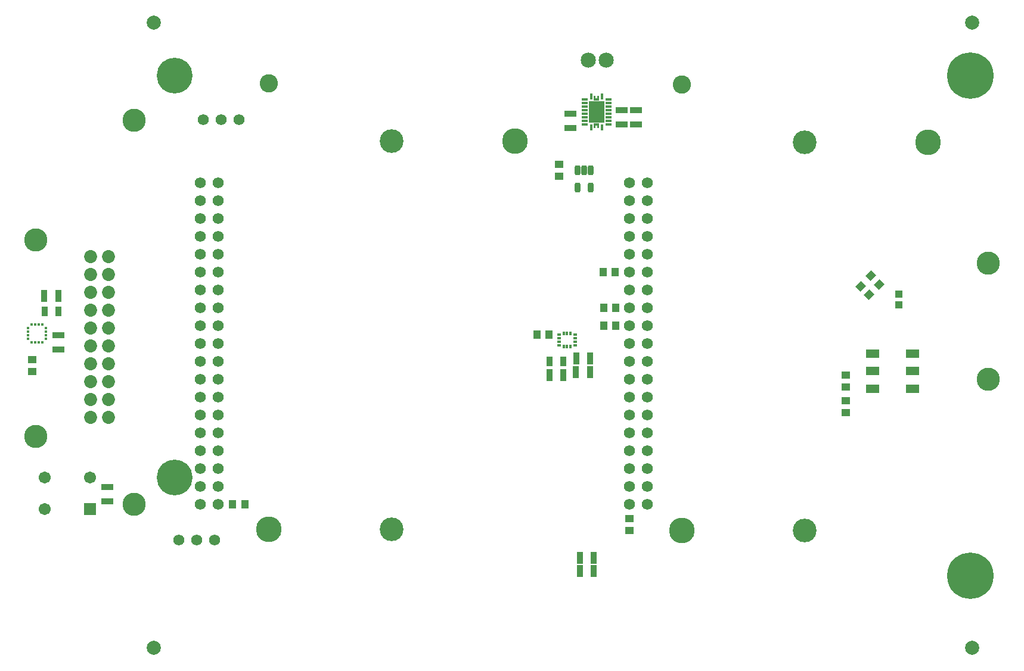
<source format=gts>
G04*
G04 #@! TF.GenerationSoftware,Altium Limited,Altium Designer,25.8.1 (18)*
G04*
G04 Layer_Color=8388736*
%FSLAX25Y25*%
%MOIN*%
G70*
G04*
G04 #@! TF.SameCoordinates,E1838567-EF02-44A7-8A02-23B903FEE0B8*
G04*
G04*
G04 #@! TF.FilePolarity,Negative*
G04*
G01*
G75*
%ADD22R,0.03762X0.05709*%
%ADD23R,0.01200X0.01800*%
%ADD24R,0.01800X0.01200*%
%ADD26R,0.04000X0.04700*%
%ADD28R,0.04700X0.04000*%
%ADD30R,0.07700X0.04700*%
%ADD32R,0.01200X0.03200*%
%ADD33R,0.03200X0.01200*%
G04:AMPARAMS|DCode=35|XSize=40mil|YSize=47mil|CornerRadius=0mil|HoleSize=0mil|Usage=FLASHONLY|Rotation=315.000|XOffset=0mil|YOffset=0mil|HoleType=Round|Shape=Rectangle|*
%AMROTATEDRECTD35*
4,1,4,-0.03076,-0.00248,0.00248,0.03076,0.03076,0.00248,-0.00248,-0.03076,-0.03076,-0.00248,0.0*
%
%ADD35ROTATEDRECTD35*%

%ADD36R,0.03241X0.06587*%
G04:AMPARAMS|DCode=37|XSize=55.64mil|YSize=31.23mil|CornerRadius=9.81mil|HoleSize=0mil|Usage=FLASHONLY|Rotation=270.000|XOffset=0mil|YOffset=0mil|HoleType=Round|Shape=RoundedRectangle|*
%AMROUNDEDRECTD37*
21,1,0.05564,0.01161,0,0,270.0*
21,1,0.03602,0.03123,0,0,270.0*
1,1,0.01961,-0.00581,-0.01801*
1,1,0.01961,-0.00581,0.01801*
1,1,0.01961,0.00581,0.01801*
1,1,0.01961,0.00581,-0.01801*
%
%ADD37ROUNDEDRECTD37*%
%ADD38R,0.02270X0.01384*%
%ADD39C,0.07874*%
%ADD40R,0.01384X0.02270*%
%ADD41R,0.03950X0.03950*%
%ADD42R,0.08500X0.12400*%
%ADD43R,0.06587X0.03241*%
%ADD44C,0.07296*%
%ADD45C,0.06200*%
%ADD46C,0.14383*%
%ADD47C,0.10209*%
%ADD48C,0.13280*%
%ADD49C,0.06737*%
%ADD50R,0.06737X0.06737*%
%ADD51C,0.08477*%
%ADD52C,0.20000*%
%ADD53C,0.13000*%
%ADD54C,0.26000*%
G36*
X437000Y348926D02*
X434000D01*
Y346076D01*
X435000D01*
Y347376D01*
X436000D01*
Y346076D01*
X437000D01*
Y348926D01*
D02*
G37*
G36*
Y361326D02*
X434000D01*
Y364176D01*
X435000D01*
Y362876D01*
X436000D01*
Y364176D01*
X437000D01*
Y361326D01*
D02*
G37*
D22*
X416850Y215551D02*
D03*
X409150D02*
D03*
X134500Y243602D02*
D03*
X126801D02*
D03*
D23*
X119547Y236114D02*
D03*
X121516D02*
D03*
X123484D02*
D03*
X125453D02*
D03*
Y226075D02*
D03*
X123484D02*
D03*
X121516D02*
D03*
X119547D02*
D03*
D24*
X127520Y234047D02*
D03*
Y232079D02*
D03*
Y230110D02*
D03*
Y228142D02*
D03*
X117480D02*
D03*
Y230110D02*
D03*
Y232079D02*
D03*
Y234047D02*
D03*
D26*
X439650Y235595D02*
D03*
X238700Y135594D02*
D03*
X446000Y265595D02*
D03*
X439300D02*
D03*
X439650Y245595D02*
D03*
X446350D02*
D03*
X232000Y135594D02*
D03*
X446350Y235595D02*
D03*
X408850Y230626D02*
D03*
X402150D02*
D03*
D28*
X454000Y120745D02*
D03*
Y127445D02*
D03*
X575000Y201213D02*
D03*
Y207913D02*
D03*
Y186863D02*
D03*
Y193563D02*
D03*
X120000Y209745D02*
D03*
Y216444D02*
D03*
X414500Y318992D02*
D03*
Y325693D02*
D03*
D30*
X590000Y219937D02*
D03*
Y210094D02*
D03*
Y200252D02*
D03*
X612244D02*
D03*
Y210094D02*
D03*
Y219937D02*
D03*
D32*
X438453Y346476D02*
D03*
Y363776D02*
D03*
X432547D02*
D03*
Y346476D02*
D03*
D33*
X442200Y348236D02*
D03*
Y350205D02*
D03*
Y352173D02*
D03*
Y354142D02*
D03*
Y356110D02*
D03*
Y358079D02*
D03*
Y360047D02*
D03*
Y362016D02*
D03*
X428800D02*
D03*
Y360047D02*
D03*
Y358079D02*
D03*
Y356110D02*
D03*
Y354142D02*
D03*
Y352173D02*
D03*
Y350205D02*
D03*
Y348236D02*
D03*
D35*
X593500Y258626D02*
D03*
X588762Y263364D02*
D03*
X587869Y252757D02*
D03*
X583131Y257495D02*
D03*
D36*
X126563Y251969D02*
D03*
X424063Y217126D02*
D03*
X424000Y209626D02*
D03*
X416937Y207677D02*
D03*
X426063Y98126D02*
D03*
X433937D02*
D03*
X426063Y105595D02*
D03*
X433937D02*
D03*
X409063Y207677D02*
D03*
X431874Y209626D02*
D03*
X431937Y217126D02*
D03*
X134437Y251969D02*
D03*
D37*
X432240Y312685D02*
D03*
Y322567D02*
D03*
X428500D02*
D03*
X424760D02*
D03*
Y312685D02*
D03*
D38*
X423577Y224581D02*
D03*
X414423Y230486D02*
D03*
Y228518D02*
D03*
Y226549D02*
D03*
Y224581D02*
D03*
X423577Y226549D02*
D03*
Y228518D02*
D03*
Y230486D02*
D03*
D39*
X188000Y405118D02*
D03*
Y55020D02*
D03*
X645500Y405118D02*
D03*
Y55020D02*
D03*
D40*
X417031Y223941D02*
D03*
X419000D02*
D03*
X420968D02*
D03*
Y231126D02*
D03*
X419000D02*
D03*
X417031D02*
D03*
D41*
X604500Y246976D02*
D03*
Y253276D02*
D03*
D42*
X435500Y355126D02*
D03*
D43*
X134501Y222091D02*
D03*
Y229965D02*
D03*
X421000Y346189D02*
D03*
Y354063D02*
D03*
X449500Y348189D02*
D03*
Y356063D02*
D03*
X457500Y348252D02*
D03*
Y356126D02*
D03*
X162000Y137157D02*
D03*
Y145031D02*
D03*
D44*
X152500Y274095D02*
D03*
X162500D02*
D03*
Y264094D02*
D03*
X152500D02*
D03*
X162500Y254095D02*
D03*
X152500D02*
D03*
Y244094D02*
D03*
X162500D02*
D03*
X152500Y234095D02*
D03*
X162500D02*
D03*
X152500Y224095D02*
D03*
X162500D02*
D03*
X152500Y214094D02*
D03*
X162500D02*
D03*
X152500Y204095D02*
D03*
X162500D02*
D03*
X152500Y194095D02*
D03*
X162500D02*
D03*
X152500Y184095D02*
D03*
X162500D02*
D03*
D45*
X454000Y285595D02*
D03*
X224000Y245595D02*
D03*
X214000Y295595D02*
D03*
Y155595D02*
D03*
X215500Y350886D02*
D03*
X225500D02*
D03*
X235500D02*
D03*
X214000Y175594D02*
D03*
Y195595D02*
D03*
Y185594D02*
D03*
Y165594D02*
D03*
Y145595D02*
D03*
Y135594D02*
D03*
Y315595D02*
D03*
Y305594D02*
D03*
Y285595D02*
D03*
Y275594D02*
D03*
Y265595D02*
D03*
Y255594D02*
D03*
Y235595D02*
D03*
Y245595D02*
D03*
Y225594D02*
D03*
Y215595D02*
D03*
Y205594D02*
D03*
X224000Y175594D02*
D03*
Y165594D02*
D03*
Y155595D02*
D03*
Y145595D02*
D03*
Y315595D02*
D03*
Y305594D02*
D03*
Y295595D02*
D03*
Y285595D02*
D03*
Y275594D02*
D03*
Y265595D02*
D03*
Y255594D02*
D03*
Y235595D02*
D03*
Y225594D02*
D03*
Y215595D02*
D03*
Y205594D02*
D03*
Y195595D02*
D03*
Y185594D02*
D03*
Y135594D02*
D03*
X454000Y175594D02*
D03*
Y195595D02*
D03*
Y185594D02*
D03*
Y165594D02*
D03*
Y155595D02*
D03*
Y145595D02*
D03*
Y135594D02*
D03*
Y315595D02*
D03*
Y305594D02*
D03*
Y295595D02*
D03*
Y275594D02*
D03*
Y265595D02*
D03*
Y255594D02*
D03*
Y235595D02*
D03*
Y245595D02*
D03*
Y225594D02*
D03*
Y215595D02*
D03*
Y205594D02*
D03*
X464000Y175594D02*
D03*
Y165594D02*
D03*
Y155595D02*
D03*
Y145595D02*
D03*
Y315595D02*
D03*
Y305594D02*
D03*
Y295595D02*
D03*
Y285595D02*
D03*
Y275594D02*
D03*
Y265595D02*
D03*
Y255594D02*
D03*
Y245595D02*
D03*
Y235595D02*
D03*
Y225594D02*
D03*
Y215595D02*
D03*
Y205594D02*
D03*
Y195595D02*
D03*
Y185594D02*
D03*
Y135594D02*
D03*
X222000Y115594D02*
D03*
X212000D02*
D03*
X202000D02*
D03*
D46*
X483083Y120772D02*
D03*
X620917Y338094D02*
D03*
X389917Y338787D02*
D03*
X252083Y121465D02*
D03*
D47*
X483083Y370457D02*
D03*
X252083Y371150D02*
D03*
D48*
X552000Y120772D02*
D03*
Y338094D02*
D03*
X321000Y338787D02*
D03*
Y121465D02*
D03*
D49*
X126705Y150453D02*
D03*
X152295D02*
D03*
X126705Y132736D02*
D03*
D50*
X152295D02*
D03*
D51*
X441000Y384095D02*
D03*
X431000D02*
D03*
D52*
X199500Y150594D02*
D03*
Y375594D02*
D03*
D53*
X177000Y350594D02*
D03*
X122000Y173345D02*
D03*
Y283345D02*
D03*
X177000Y135594D02*
D03*
X654500Y270595D02*
D03*
Y205594D02*
D03*
D54*
X644500Y375594D02*
D03*
Y95595D02*
D03*
M02*

</source>
